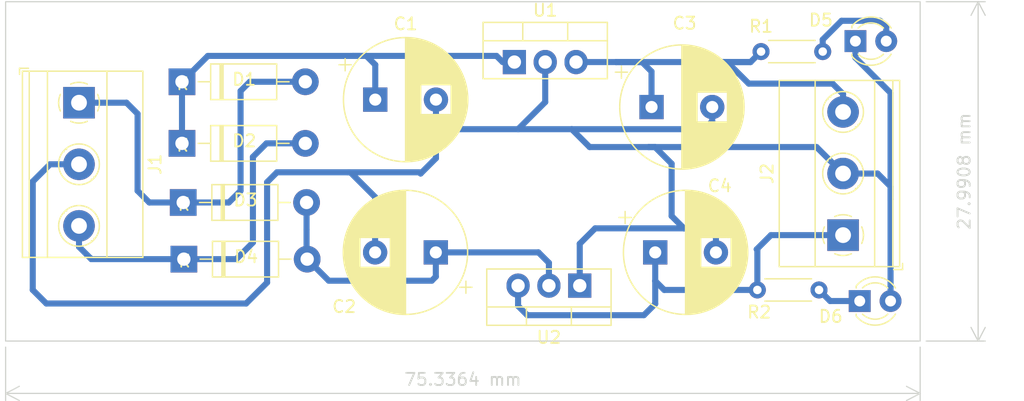
<source format=kicad_pcb>
(kicad_pcb (version 20221018) (generator pcbnew)
  (layers (0 "F.Cu" signal) (31 "B.Cu" signal) (34 "B.Paste" user) (35 "F.Paste" user) (36 "B.SilkS" user "B.Silkscreen") (37 "F.SilkS" user "F.Silkscreen") (38 "B.Mask" user) (39 "F.Mask" user) (44 "Edge.Cuts" user))
  (net 0 "")
  (net 1 "Net-(D1-K)")
  (net 2 "Net-(D1-A)")
  (net 3 "Net-(D2-A)")
  (net 4 "Net-(D3-A)")
  (net 5 "Net-(J2-Pin_1)")
  (net 6 "Net-(D5-K)")
  (net 7 "Net-(J2-Pin_3)")
  (net 8 "Net-(D5-A)")
  (net 9 "Net-(D6-K)")
  (footprint "TerminalBlock_Phoenix:TerminalBlock_Phoenix_MKDS-1,5-3-5.08_1x03_P5.08mm_Horizontal" (layer "F.Cu") (at 102.1588 72.7456 -90)
    (fp_text reference "J1" (at 5.08 -6.26 -90) (layer "F.SilkS"))
    (fp_text value "Input")
    (pad "1" thru_hole rect (at 0 0 270) (size 2.6 2.6) (drill 1.3) (layers "*.Cu" "*.Mask") (net 2 "Net-(D1-A)"))
    (pad "2" thru_hole circle (at 5.08 0 270) (size 2.6 2.6) (drill 1.3) (layers "*.Cu" "*.Mask") (net 6 "Net-(D5-K)"))
    (pad "3" thru_hole circle (at 10.16 0 270) (size 2.6 2.6) (drill 1.3) (layers "*.Cu" "*.Mask") (net 3 "Net-(D2-A)"))
  )
  (footprint "Package_TO_SOT_THT:TO-220-3_Vertical" (layer "F.Cu") (at 143.4084 87.8332 180)
    (fp_text reference "U2" (at 2.54 -4.27) (layer "F.SilkS"))
    (fp_text value "LM7912_TO220")
    (pad "1" thru_hole rect (at 0 0 180) (size 1.905 2) (drill 1.1) (layers "*.Cu" "*.Mask") (net 6 "Net-(D5-K)"))
    (pad "2" thru_hole oval (at 2.54 0 180) (size 1.905 2) (drill 1.1) (layers "*.Cu" "*.Mask") (net 4 "Net-(D3-A)"))
    (pad "3" thru_hole oval (at 5.08 0 180) (size 1.905 2) (drill 1.1) (layers "*.Cu" "*.Mask") (net 5 "Net-(J2-Pin_1)"))
  )
  (footprint "LED_THT:LED_D3.0mm" (layer "F.Cu") (at 166.116 67.6656)
    (fp_text reference "D5" (at -2.8448 -1.7272) (layer "F.SilkS"))
    (fp_text value "LED")
    (pad "1" thru_hole rect (at 0 0) (size 1.8 1.8) (drill 0.9) (layers "*.Cu" "*.Mask") (net 6 "Net-(D5-K)"))
    (pad "2" thru_hole circle (at 2.54 0) (size 1.8 1.8) (drill 0.9) (layers "*.Cu" "*.Mask") (net 8 "Net-(D5-A)"))
  )
  (footprint "Diode_THT:D_DO-41_SOD81_P10.16mm_Horizontal" (layer "F.Cu") (at 110.744 80.9752)
    (fp_text reference "D3" (at 5.1308 -0.2032) (layer "F.SilkS"))
    (fp_text value "1N4007")
    (fp_text user "K" (at 0.0508 0.1668) (layer "F.SilkS"))
    (pad "1" thru_hole rect (at 0 0) (size 2.2 2.2) (drill 1.1) (layers "*.Cu" "*.Mask") (net 2 "Net-(D1-A)"))
    (pad "2" thru_hole oval (at 10.16 0) (size 2.2 2.2) (drill 1.1) (layers "*.Cu" "*.Mask") (net 4 "Net-(D3-A)"))
  )
  (footprint "Capacitor_THT:CP_Radial_D10.0mm_P5.00mm" (layer "F.Cu") (at 131.552077 85.09 180)
    (fp_text reference "C2" (at 7.549277 -4.4704) (layer "F.SilkS"))
    (fp_text value "680uF")
    (pad "1" thru_hole rect (at 0 0 180) (size 2 2) (drill 1) (layers "*.Cu" "*.Mask") (net 4 "Net-(D3-A)"))
    (pad "2" thru_hole circle (at 5 0 180) (size 2 2) (drill 1) (layers "*.Cu" "*.Mask") (net 6 "Net-(D5-K)"))
  )
  (footprint "Diode_THT:D_DO-41_SOD81_P10.16mm_Horizontal" (layer "F.Cu") (at 110.6424 76.0984)
    (fp_text reference "D2" (at 5.1308 -0.2032) (layer "F.SilkS"))
    (fp_text value "1N4007")
    (fp_text user "K" (at 0.0508 0.1668) (layer "F.SilkS"))
    (pad "1" thru_hole rect (at 0 0) (size 2.2 2.2) (drill 1.1) (layers "*.Cu" "*.Mask") (net 1 "Net-(D1-K)"))
    (pad "2" thru_hole oval (at 10.16 0) (size 2.2 2.2) (drill 1.1) (layers "*.Cu" "*.Mask") (net 3 "Net-(D2-A)"))
  )
  (footprint "Capacitor_THT:CP_Radial_D10.0mm_P5.00mm" (layer "F.Cu") (at 149.321123 73.1012)
    (fp_text reference "C3" (at 2.723277 -6.9088) (layer "F.SilkS"))
    (fp_text value "~")
    (pad "1" thru_hole rect (at 0 0) (size 2 2) (drill 1) (layers "*.Cu" "*.Mask") (net 7 "Net-(J2-Pin_3)"))
    (pad "2" thru_hole circle (at 5 0) (size 2 2) (drill 1) (layers "*.Cu" "*.Mask") (net 6 "Net-(D5-K)"))
  )
  (footprint "LED_THT:LED_D3.0mm" (layer "F.Cu") (at 166.4716 89.1032)
    (fp_text reference "D6" (at -2.3876 1.27) (layer "F.SilkS"))
    (fp_text value "LED")
    (pad "1" thru_hole rect (at 0 0) (size 1.8 1.8) (drill 0.9) (layers "*.Cu" "*.Mask") (net 9 "Net-(D6-K)"))
    (pad "2" thru_hole circle (at 2.54 0) (size 1.8 1.8) (drill 0.9) (layers "*.Cu" "*.Mask") (net 6 "Net-(D5-K)"))
  )
  (footprint "Diode_THT:D_DO-41_SOD81_P10.16mm_Horizontal" (layer "F.Cu") (at 110.6424 71.0184)
    (fp_text reference "D1" (at 5.1308 -0.2032) (layer "F.SilkS"))
    (fp_text value "1N4007")
    (fp_text user "K" (at 0.0508 0.1668) (layer "F.SilkS"))
    (pad "1" thru_hole rect (at 0 0) (size 2.2 2.2) (drill 1.1) (layers "*.Cu" "*.Mask") (net 1 "Net-(D1-K)"))
    (pad "2" thru_hole oval (at 10.16 0) (size 2.2 2.2) (drill 1.1) (layers "*.Cu" "*.Mask") (net 2 "Net-(D1-A)"))
  )
  (footprint "Capacitor_THT:CP_Radial_D10.0mm_P5.00mm" (layer "F.Cu") (at 149.625923 85.09)
    (fp_text reference "C4" (at 5.314077 -5.4864) (layer "F.SilkS"))
    (fp_text value "~")
    (pad "1" thru_hole rect (at 0 0) (size 2 2) (drill 1) (layers "*.Cu" "*.Mask") (net 5 "Net-(J2-Pin_1)"))
    (pad "2" thru_hole circle (at 5 0) (size 2 2) (drill 1) (layers "*.Cu" "*.Mask") (net 6 "Net-(D5-K)"))
  )
  (footprint "TerminalBlock_Phoenix:TerminalBlock_Phoenix_MKDS-1,5-3-5.08_1x03_P5.08mm_Horizontal" (layer "F.Cu") (at 165.1 83.6676 90)
    (fp_text reference "J2" (at 5.08 -6.26 90) (layer "F.SilkS"))
    (fp_text value "Output")
    (pad "1" thru_hole rect (at 0 0 90) (size 2.6 2.6) (drill 1.3) (layers "*.Cu" "*.Mask") (net 5 "Net-(J2-Pin_1)"))
    (pad "2" thru_hole circle (at 5.08 0 90) (size 2.6 2.6) (drill 1.3) (layers "*.Cu" "*.Mask") (net 6 "Net-(D5-K)"))
    (pad "3" thru_hole circle (at 10.16 0 90) (size 2.6 2.6) (drill 1.3) (layers "*.Cu" "*.Mask") (net 7 "Net-(J2-Pin_3)"))
  )
  (footprint "Capacitor_THT:CP_Radial_D10.0mm_P5.00mm" (layer "F.Cu") (at 126.562723 72.4916)
    (fp_text reference "C1" (at 2.5 -6.25) (layer "F.SilkS"))
    (fp_text value "680uF")
    (pad "1" thru_hole rect (at 0 0) (size 2 2) (drill 1) (layers "*.Cu" "*.Mask") (net 1 "Net-(D1-K)"))
    (pad "2" thru_hole circle (at 5 0) (size 2 2) (drill 1) (layers "*.Cu" "*.Mask") (net 6 "Net-(D5-K)"))
  )
  (footprint "Package_TO_SOT_THT:TO-220-3_Vertical" (layer "F.Cu") (at 138.0236 69.3928)
    (fp_text reference "U1" (at 2.54 -4.27) (layer "F.SilkS"))
    (fp_text value "LM7812_TO220")
    (pad "1" thru_hole rect (at 0 0) (size 1.905 2) (drill 1.1) (layers "*.Cu" "*.Mask") (net 1 "Net-(D1-K)"))
    (pad "2" thru_hole oval (at 2.54 0) (size 1.905 2) (drill 1.1) (layers "*.Cu" "*.Mask") (net 6 "Net-(D5-K)"))
    (pad "3" thru_hole oval (at 5.08 0) (size 1.905 2) (drill 1.1) (layers "*.Cu" "*.Mask") (net 7 "Net-(J2-Pin_3)"))
  )
  (footprint "Resistor_THT:R_Axial_DIN0204_L3.6mm_D1.6mm_P5.08mm_Horizontal" (layer "F.Cu") (at 158.0388 88.1888)
    (fp_text reference "R2" (at 0.1524 1.8288) (layer "F.SilkS"))
    (fp_text value "R")
    (pad "1" thru_hole circle (at 0 0) (size 1.4 1.4) (drill 0.7) (layers "*.Cu" "*.Mask") (net 5 "Net-(J2-Pin_1)"))
    (pad "2" thru_hole oval (at 5.08 0) (size 1.4 1.4) (drill 0.7) (layers "*.Cu" "*.Mask") (net 9 "Net-(D6-K)"))
  )
  (footprint "Diode_THT:D_DO-41_SOD81_P10.16mm_Horizontal" (layer "F.Cu") (at 110.7948 85.6488)
    (fp_text reference "D4" (at 5.1308 -0.2032) (layer "F.SilkS"))
    (fp_text value "1N4007")
    (fp_text user "K" (at 0.0508 0.1668) (layer "F.SilkS"))
    (pad "1" thru_hole rect (at 0 0) (size 2.2 2.2) (drill 1.1) (layers "*.Cu" "*.Mask") (net 3 "Net-(D2-A)"))
    (pad "2" thru_hole oval (at 10.16 0) (size 2.2 2.2) (drill 1.1) (layers "*.Cu" "*.Mask") (net 4 "Net-(D3-A)"))
  )
  (footprint "Resistor_THT:R_Axial_DIN0204_L3.6mm_D1.6mm_P5.08mm_Horizontal" (layer "F.Cu") (at 163.4236 68.5292 180)
    (fp_text reference "R1" (at 5.08 2.0828) (layer "F.SilkS"))
    (fp_text value "R")
    (pad "1" thru_hole circle (at 0 0 180) (size 1.4 1.4) (drill 0.7) (layers "*.Cu" "*.Mask") (net 8 "Net-(D5-A)"))
    (pad "2" thru_hole oval (at 5.08 0 180) (size 1.4 1.4) (drill 0.7) (layers "*.Cu" "*.Mask") (net 7 "Net-(J2-Pin_3)"))
  )
  (gr_rect (start 96.1136 64.4144) (end 171.45 92.4052) (stroke (width 0.1)) (fill none) (layer "Edge.Cuts"))
  (dimension (type aligned) (layer "Edge.Cuts") (pts (xy 171.45 64.4144) (xy 171.45 92.4052)) (height -4.7752) (gr_text "27.9908 mm" (at 175.0752 78.4098 90) (layer "Edge.Cuts") (effects (font (size 1 1) (thickness 0.15)))) (format (prefix "") (suffix "") (units 3) (units_format 1) (precision 4)) (style (thickness 0.1) (arrow_length 1.27) (text_position_mode 0) (extension_height 0.58642) (extension_offset 0.5) keep_text_aligned))
  (dimension (type aligned) (layer "Edge.Cuts") (pts (xy 96.1136 92.4052) (xy 171.45 92.4052)) (height 4.318) (gr_text "75.3364 mm" (at 133.7818 95.5732) (layer "Edge.Cuts") (effects (font (size 1 1) (thickness 0.15)))) (format (prefix "") (suffix "") (units 3) (units_format 1) (precision 4)) (style (thickness 0.1) (arrow_length 1.27) (text_position_mode 0) (extension_height 0.58642) (extension_offset 0.5) keep_text_aligned))
  (segment (start 136.5504 68.8848) (end 137.0584 69.3928) (width 0.5) (layer "B.Cu") (net 1))
  (segment (start 125.8316 68.8848) (end 126.562723 69.615923) (width 0.5) (layer "B.Cu") (net 1))
  (segment (start 110.6424 71.0184) (end 112.776 68.8848) (width 0.5) (layer "B.Cu") (net 1))
  (segment (start 110.6424 71.0184) (end 110.6424 76.0984) (width 0.5) (layer "B.Cu") (net 1))
  (segment (start 124.5616 68.8848) (end 124.714 68.8848) (width 0.5) (layer "B.Cu") (net 1))
  (segment (start 137.0584 69.3928) (end 138.0236 69.3928) (width 0.5) (layer "B.Cu") (net 1))
  (segment (start 112.776 68.8848) (end 124.5616 68.8848) (width 0.5) (layer "B.Cu") (net 1))
  (segment (start 124.714 68.8848) (end 125.8316 68.8848) (width 0.5) (layer "B.Cu") (net 1))
  (segment (start 126.562723 69.615923) (end 126.562723 72.4916) (width 0.5) (layer "B.Cu") (net 1))
  (segment (start 124.714 68.8848) (end 136.5504 68.8848) (width 0.5) (layer "B.Cu") (net 1))
  (segment (start 106.9848 80.01) (end 107.95 80.9752) (width 0.5) (layer "B.Cu") (net 2))
  (segment (start 115.4684 80.01) (end 114.5032 80.9752) (width 0.5) (layer "B.Cu") (net 2))
  (segment (start 116.2304 71.0184) (end 115.4684 71.7804) (width 0.5) (layer "B.Cu") (net 2))
  (segment (start 106.9848 73.66) (end 106.9848 80.01) (width 0.5) (layer "B.Cu") (net 2))
  (segment (start 115.4684 71.7804) (end 115.4684 80.01) (width 0.5) (layer "B.Cu") (net 2))
  (segment (start 102.1588 72.7456) (end 106.0704 72.7456) (width 0.5) (layer "B.Cu") (net 2))
  (segment (start 107.95 80.9752) (end 110.744 80.9752) (width 0.5) (layer "B.Cu") (net 2))
  (segment (start 114.5032 80.9752) (end 110.744 80.9752) (width 0.5) (layer "B.Cu") (net 2))
  (segment (start 120.8024 71.0184) (end 116.2304 71.0184) (width 0.5) (layer "B.Cu") (net 2))
  (segment (start 106.0704 72.7456) (end 106.9848 73.66) (width 0.5) (layer "B.Cu") (net 2))
  (segment (start 116.4844 77.216) (end 116.4844 84.2772) (width 0.5) (layer "B.Cu") (net 3))
  (segment (start 120.8024 76.0984) (end 117.602 76.0984) (width 0.5) (layer "B.Cu") (net 3))
  (segment (start 116.4844 84.2772) (end 115.1128 85.6488) (width 0.5) (layer "B.Cu") (net 3))
  (segment (start 102.1588 84.6328) (end 103.1748 85.6488) (width 0.5) (layer "B.Cu") (net 3))
  (segment (start 117.602 76.0984) (end 116.4844 77.216) (width 0.5) (layer "B.Cu") (net 3))
  (segment (start 103.1748 85.6488) (end 110.7948 85.6488) (width 0.5) (layer "B.Cu") (net 3))
  (segment (start 102.1588 82.9056) (end 102.1588 84.6328) (width 0.5) (layer "B.Cu") (net 3))
  (segment (start 115.1128 85.6488) (end 110.7948 85.6488) (width 0.5) (layer "B.Cu") (net 3))
  (segment (start 120.904 83.2104) (end 120.904 85.598) (width 0.5) (layer "B.Cu") (net 4))
  (segment (start 140.8684 87.8332) (end 140.8684 85.9536) (width 0.5) (layer "B.Cu") (net 4))
  (segment (start 122.7328 87.4268) (end 131.2164 87.4268) (width 0.5) (layer "B.Cu") (net 4))
  (segment (start 120.9548 85.6488) (end 122.7328 87.4268) (width 0.5) (layer "B.Cu") (net 4))
  (segment (start 131.2164 87.4268) (end 131.552077 87.091123) (width 0.5) (layer "B.Cu") (net 4))
  (segment (start 140.0048 85.09) (end 131.552077 85.09) (width 0.5) (layer "B.Cu") (net 4))
  (segment (start 120.904 85.598) (end 120.9548 85.6488) (width 0.5) (layer "B.Cu") (net 4))
  (segment (start 120.904 80.9752) (end 120.904 83.2104) (width 0.5) (layer "B.Cu") (net 4))
  (segment (start 120.9548 85.6488) (end 120.9548 86.36) (width 0.5) (layer "B.Cu") (net 4))
  (segment (start 131.552077 87.091123) (end 131.552077 85.09) (width 0.5) (layer "B.Cu") (net 4))
  (segment (start 140.8684 85.9536) (end 140.0048 85.09) (width 0.5) (layer "B.Cu") (net 4))
  (segment (start 148.6916 90.2716) (end 149.625923 89.337277) (width 0.5) (layer "B.Cu") (net 5))
  (segment (start 149.625923 89.337277) (end 149.625923 87.446723) (width 0.5) (layer "B.Cu") (net 5))
  (segment (start 158.0388 88.1888) (end 150.368 88.1888) (width 0.5) (layer "B.Cu") (net 5))
  (segment (start 149.625923 87.446723) (end 149.625923 85.09) (width 0.5) (layer "B.Cu") (net 5))
  (segment (start 150.368 88.1888) (end 149.625923 87.446723) (width 0.5) (layer "B.Cu") (net 5))
  (segment (start 159.1564 83.6676) (end 157.988 84.836) (width 0.5) (layer "B.Cu") (net 5))
  (segment (start 138.3284 89.5096) (end 139.0904 90.2716) (width 0.5) (layer "B.Cu") (net 5))
  (segment (start 158.0388 84.8868) (end 158.0388 88.1888) (width 0.5) (layer "B.Cu") (net 5))
  (segment (start 139.0904 90.2716) (end 148.6916 90.2716) (width 0.5) (layer "B.Cu") (net 5))
  (segment (start 165.1 83.6676) (end 159.1564 83.6676) (width 0.5) (layer "B.Cu") (net 5))
  (segment (start 157.988 84.836) (end 158.0388 84.8868) (width 0.5) (layer "B.Cu") (net 5))
  (segment (start 138.3284 87.8332) (end 138.3284 89.5096) (width 0.5) (layer "B.Cu") (net 5))
  (segment (start 131.562723 77.326877) (end 131.562723 74.4728) (width 0.5) (layer "B.Cu") (net 6))
  (segment (start 150.9776 77.7748) (end 150.9776 82.0928) (width 0.5) (layer "B.Cu") (net 6))
  (segment (start 140.5636 72.6948) (end 138.3284 74.93) (width 0.5) (layer "B.Cu") (net 6))
  (segment (start 102.1588 77.8256) (end 99.7712 77.8256) (width 0.5) (layer "B.Cu") (net 6))
  (segment (start 144.2212 76.4032) (end 149.098 76.4032) (width 0.5) (layer "B.Cu") (net 6))
  (segment (start 124.2568 78.486) (end 124.5108 78.486) (width 0.5) (layer "B.Cu") (net 6))
  (segment (start 124.2568 78.486) (end 130.2004 78.486) (width 0.5) (layer "B.Cu") (net 6))
  (segment (start 149.606 76.4032) (end 150.9776 77.7748) (width 0.5) (layer "B.Cu") (net 6))
  (segment (start 143.4084 84.3788) (end 144.6784 83.1088) (width 0.5) (layer "B.Cu") (net 6))
  (segment (start 169.0116 80.7212) (end 169.0116 79.6544) (width 0.5) (layer "B.Cu") (net 6))
  (segment (start 142.748 74.93) (end 144.2212 76.4032) (width 0.5) (layer "B.Cu") (net 6))
  (segment (start 149.098 76.4032) (end 149.606 76.4032) (width 0.5) (layer "B.Cu") (net 6))
  (segment (start 150.9776 82.0928) (end 151.9936 83.1088) (width 0.5) (layer "B.Cu") (net 6))
  (segment (start 169.0116 71.9328) (end 169.0116 80.7212) (width 0.5) (layer "B.Cu") (net 6))
  (segment (start 167.9448 78.5876) (end 165.1 78.5876) (width 0.5) (layer "B.Cu") (net 6))
  (segment (start 140.5636 69.3928) (end 140.5636 72.6948) (width 0.5) (layer "B.Cu") (net 6))
  (segment (start 132.019923 74.93) (end 131.562723 74.4728) (width 0.5) (layer "B.Cu") (net 6))
  (segment (start 166.116 67.6656) (end 166.116 69.0372) (width 0.5) (layer "B.Cu") (net 6))
  (segment (start 169.0116 79.6544) (end 167.9448 78.5876) (width 0.5) (layer "B.Cu") (net 6))
  (segment (start 99.4664 89.3064) (end 115.9256 89.3064) (width 0.5) (layer "B.Cu") (net 6))
  (segment (start 98.3488 79.248) (end 98.3488 88.1888) (width 0.5) (layer "B.Cu") (net 6))
  (segment (start 131.562723 74.4728) (end 131.562723 72.4916) (width 0.5) (layer "B.Cu") (net 6))
  (segment (start 162.9156 76.4032) (end 165.1 78.5876) (width 0.5) (layer "B.Cu") (net 6))
  (segment (start 130.2004 78.486) (end 130.302 78.5876) (width 0.5) (layer "B.Cu") (net 6))
  (segment (start 138.3284 74.93) (end 132.019923 74.93) (width 0.5) (layer "B.Cu") (net 6))
  (segment (start 149.098 76.4032) (end 162.9156 76.4032) (width 0.5) (layer "B.Cu") (net 6))
  (segment (start 154.625923 83.810723) (end 154.625923 85.09) (width 0.5) (layer "B.Cu") (net 6))
  (segment (start 169.0116 89.1032) (end 169.0116 80.7212) (width 0.5) (layer "B.Cu") (net 6))
  (segment (start 98.3488 88.1888) (end 99.4664 89.3064) (width 0.5) (layer "B.Cu") (net 6))
  (segment (start 117.6528 87.5792) (end 117.6528 79.2988) (width 0.5) (layer "B.Cu") (net 6))
  (segment (start 166.116 69.0372) (end 169.0116 71.9328) (width 0.5) (layer "B.Cu") (net 6))
  (segment (start 117.6528 79.2988) (end 118.4656 78.486) (width 0.5) (layer "B.Cu") (net 6))
  (segment (start 144.6784 83.1088) (end 151.9936 83.1088) (width 0.5) (layer "B.Cu") (net 6))
  (segment (start 154.321123 74.278877) (end 154.321123 73.1012) (width 0.5) (layer "B.Cu") (net 6))
  (segment (start 130.302 78.5876) (end 131.562723 77.326877) (width 0.5) (layer "B.Cu") (net 6))
  (segment (start 118.4656 78.486) (end 124.2568 78.486) (width 0.5) (layer "B.Cu") (net 6))
  (segment (start 126.552077 80.527277) (end 126.552077 85.09) (width 0.5) (layer "B.Cu") (net 6))
  (segment (start 153.67 74.93) (end 154.321123 74.278877) (width 0.5) (layer "B.Cu") (net 6))
  (segment (start 138.3284 74.93) (end 142.748 74.93) (width 0.5) (layer "B.Cu") (net 6))
  (segment (start 143.4084 87.8332) (end 143.4084 84.3788) (width 0.5) (layer "B.Cu") (net 6))
  (segment (start 115.9256 89.3064) (end 117.6528 87.5792) (width 0.5) (layer "B.Cu") (net 6))
  (segment (start 99.7712 77.8256) (end 98.3488 79.248) (width 0.5) (layer "B.Cu") (net 6))
  (segment (start 153.924 83.1088) (end 154.625923 83.810723) (width 0.5) (layer "B.Cu") (net 6))
  (segment (start 142.748 74.93) (end 153.67 74.93) (width 0.5) (layer "B.Cu") (net 6))
  (segment (start 151.9936 83.1088) (end 153.924 83.1088) (width 0.5) (layer "B.Cu") (net 6))
  (segment (start 124.5108 78.486) (end 126.552077 80.527277) (width 0.5) (layer "B.Cu") (net 6))
  (segment (start 164.2364 71.1708) (end 165.1 72.0344) (width 0.5) (layer "B.Cu") (net 7))
  (segment (start 146.4056 69.3928) (end 143.1036 69.3928) (width 0.5) (layer "B.Cu") (net 7))
  (segment (start 165.1 72.0344) (end 165.1 73.5076) (width 0.5) (layer "B.Cu") (net 7))
  (segment (start 155.3464 69.3928) (end 146.4056 69.3928) (width 0.5) (layer "B.Cu") (net 7))
  (segment (start 157.3276 71.1708) (end 164.2364 71.1708) (width 0.5) (layer "B.Cu") (net 7))
  (segment (start 158.3436 68.5292) (end 157.48 69.3928) (width 0.5) (layer "B.Cu") (net 7))
  (segment (start 148.5392 69.3928) (end 146.4056 69.3928) (width 0.5) (layer "B.Cu") (net 7))
  (segment (start 155.5496 69.3928) (end 157.3276 71.1708) (width 0.5) (layer "B.Cu") (net 7))
  (segment (start 157.48 69.3928) (end 155.0416 69.3928) (width 0.5) (layer "B.Cu") (net 7))
  (segment (start 155.3464 69.3928) (end 155.5496 69.3928) (width 0.5) (layer "B.Cu") (net 7))
  (segment (start 155.702 69.3928) (end 155.3464 69.3928) (width 0.5) (layer "B.Cu") (net 7))
  (segment (start 149.321123 70.174723) (end 148.5392 69.3928) (width 0.5) (layer "B.Cu") (net 7))
  (segment (start 157.48 69.3928) (end 155.3464 69.3928) (width 0.5) (layer "B.Cu") (net 7))
  (segment (start 149.321123 73.1012) (end 149.321123 70.174723) (width 0.5) (layer "B.Cu") (net 7))
  (segment (start 163.4236 68.5292) (end 163.4236 67.539251) (width 0.5) (layer "B.Cu") (net 8))
  (segment (start 168.656 66.4972) (end 168.656 67.6656) (width 0.5) (layer "B.Cu") (net 8))
  (segment (start 164.973651 65.9892) (end 168.148 65.9892) (width 0.5) (layer "B.Cu") (net 8))
  (segment (start 168.148 65.9892) (end 168.656 66.4972) (width 0.5) (layer "B.Cu") (net 8))
  (segment (start 163.4236 67.539251) (end 164.973651 65.9892) (width 0.5) (layer "B.Cu") (net 8))
  (segment (start 164.0332 89.1032) (end 163.1188 88.1888) (width 0.5) (layer "B.Cu") (net 9))
  (segment (start 166.4716 89.1032) (end 164.0332 89.1032) (width 0.5) (layer "B.Cu") (net 9))
)
</source>
